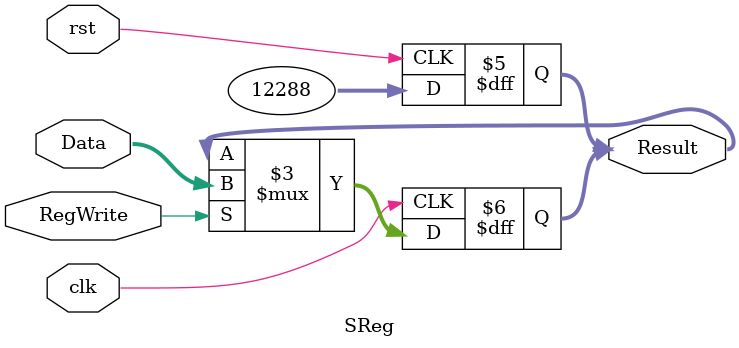
<source format=v>
module SReg(
    input               clk,
    input               RegWrite,
    input   [31:0]      Data,
    input               rst,

    output  reg[31:0]   Result
);
    reg[31:0]       Reg;
    always@(negedge clk) begin
        if (RegWrite)
            Result <= Data;
    end
    always@(posedge rst) begin
        Result <= {32'h00003000};
    end
endmodule

</source>
